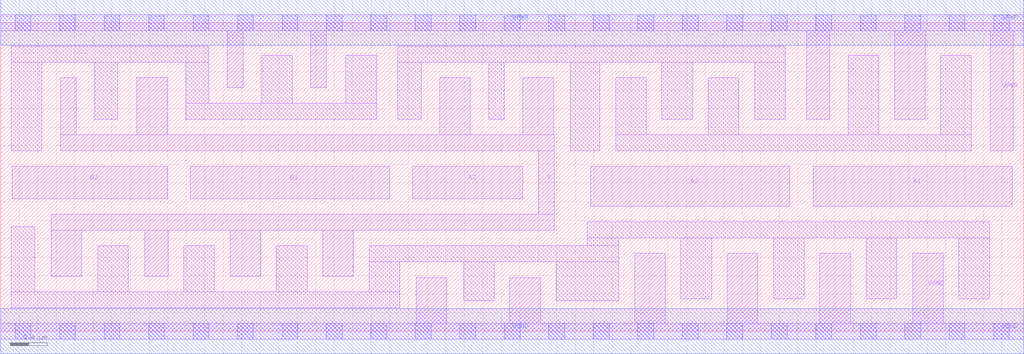
<source format=lef>
# Copyright 2020 The SkyWater PDK Authors
#
# Licensed under the Apache License, Version 2.0 (the "License");
# you may not use this file except in compliance with the License.
# You may obtain a copy of the License at
#
#     https://www.apache.org/licenses/LICENSE-2.0
#
# Unless required by applicable law or agreed to in writing, software
# distributed under the License is distributed on an "AS IS" BASIS,
# WITHOUT WARRANTIES OR CONDITIONS OF ANY KIND, either express or implied.
# See the License for the specific language governing permissions and
# limitations under the License.
#
# SPDX-License-Identifier: Apache-2.0

VERSION 5.7 ;
  NAMESCASESENSITIVE ON ;
  NOWIREEXTENSIONATPIN ON ;
  DIVIDERCHAR "/" ;
  BUSBITCHARS "[]" ;
UNITS
  DATABASE MICRONS 200 ;
END UNITS
MACRO sky130_fd_sc_hs__o32ai_4
  CLASS CORE ;
  SOURCE USER ;
  FOREIGN sky130_fd_sc_hs__o32ai_4 ;
  ORIGIN  0.000000  0.000000 ;
  SIZE  11.04000 BY  3.330000 ;
  SYMMETRY X Y ;
  SITE unit ;
  PIN A1
    ANTENNAGATEAREA  1.116000 ;
    DIRECTION INPUT ;
    USE SIGNAL ;
    PORT
      LAYER li1 ;
        RECT 8.765000 1.350000 10.915000 1.780000 ;
    END
  END A1
  PIN A2
    ANTENNAGATEAREA  1.116000 ;
    DIRECTION INPUT ;
    USE SIGNAL ;
    PORT
      LAYER li1 ;
        RECT 6.365000 1.350000 8.515000 1.780000 ;
    END
  END A2
  PIN A3
    ANTENNAGATEAREA  1.116000 ;
    DIRECTION INPUT ;
    USE SIGNAL ;
    PORT
      LAYER li1 ;
        RECT 4.445000 1.430000 5.635000 1.780000 ;
    END
  END A3
  PIN B1
    ANTENNAGATEAREA  1.116000 ;
    DIRECTION INPUT ;
    USE SIGNAL ;
    PORT
      LAYER li1 ;
        RECT 2.045000 1.430000 4.195000 1.780000 ;
    END
  END B1
  PIN B2
    ANTENNAGATEAREA  1.116000 ;
    DIRECTION INPUT ;
    USE SIGNAL ;
    PORT
      LAYER li1 ;
        RECT 0.125000 1.430000 1.795000 1.780000 ;
    END
  END B2
  PIN Y
    ANTENNADIFFAREA  2.287500 ;
    DIRECTION OUTPUT ;
    USE SIGNAL ;
    PORT
      LAYER li1 ;
        RECT 0.545000 0.595000 0.875000 1.090000 ;
        RECT 0.545000 1.090000 5.975000 1.260000 ;
        RECT 0.645000 1.950000 5.975000 2.120000 ;
        RECT 0.645000 2.120000 0.815000 2.735000 ;
        RECT 1.465000 2.120000 1.795000 2.735000 ;
        RECT 1.555000 0.595000 1.805000 1.090000 ;
        RECT 2.475000 0.595000 2.805000 1.090000 ;
        RECT 3.475000 0.595000 3.805000 1.090000 ;
        RECT 4.735000 2.120000 5.065000 2.735000 ;
        RECT 5.635000 2.120000 5.965000 2.735000 ;
        RECT 5.805000 1.260000 5.975000 1.950000 ;
    END
  END Y
  PIN VGND
    DIRECTION INOUT ;
    USE GROUND ;
    PORT
      LAYER li1 ;
        RECT 0.000000 -0.085000 11.040000 0.085000 ;
        RECT 4.485000  0.085000  4.815000 0.580000 ;
        RECT 5.495000  0.085000  5.825000 0.580000 ;
        RECT 6.840000  0.085000  7.170000 0.840000 ;
        RECT 7.840000  0.085000  8.170000 0.840000 ;
        RECT 8.840000  0.085000  9.170000 0.840000 ;
        RECT 9.840000  0.085000 10.170000 0.840000 ;
      LAYER mcon ;
        RECT  0.155000 -0.085000  0.325000 0.085000 ;
        RECT  0.635000 -0.085000  0.805000 0.085000 ;
        RECT  1.115000 -0.085000  1.285000 0.085000 ;
        RECT  1.595000 -0.085000  1.765000 0.085000 ;
        RECT  2.075000 -0.085000  2.245000 0.085000 ;
        RECT  2.555000 -0.085000  2.725000 0.085000 ;
        RECT  3.035000 -0.085000  3.205000 0.085000 ;
        RECT  3.515000 -0.085000  3.685000 0.085000 ;
        RECT  3.995000 -0.085000  4.165000 0.085000 ;
        RECT  4.475000 -0.085000  4.645000 0.085000 ;
        RECT  4.955000 -0.085000  5.125000 0.085000 ;
        RECT  5.435000 -0.085000  5.605000 0.085000 ;
        RECT  5.915000 -0.085000  6.085000 0.085000 ;
        RECT  6.395000 -0.085000  6.565000 0.085000 ;
        RECT  6.875000 -0.085000  7.045000 0.085000 ;
        RECT  7.355000 -0.085000  7.525000 0.085000 ;
        RECT  7.835000 -0.085000  8.005000 0.085000 ;
        RECT  8.315000 -0.085000  8.485000 0.085000 ;
        RECT  8.795000 -0.085000  8.965000 0.085000 ;
        RECT  9.275000 -0.085000  9.445000 0.085000 ;
        RECT  9.755000 -0.085000  9.925000 0.085000 ;
        RECT 10.235000 -0.085000 10.405000 0.085000 ;
        RECT 10.715000 -0.085000 10.885000 0.085000 ;
      LAYER met1 ;
        RECT 0.000000 -0.245000 11.040000 0.245000 ;
    END
  END VGND
  PIN VPWR
    DIRECTION INOUT ;
    USE POWER ;
    PORT
      LAYER li1 ;
        RECT  0.000000 3.245000 11.040000 3.415000 ;
        RECT  2.445000 2.630000  2.615000 3.245000 ;
        RECT  3.345000 2.630000  3.515000 3.245000 ;
        RECT  8.695000 2.290000  8.945000 3.245000 ;
        RECT  9.645000 2.290000  9.975000 3.245000 ;
        RECT 10.675000 1.950000 10.925000 3.245000 ;
      LAYER mcon ;
        RECT  0.155000 3.245000  0.325000 3.415000 ;
        RECT  0.635000 3.245000  0.805000 3.415000 ;
        RECT  1.115000 3.245000  1.285000 3.415000 ;
        RECT  1.595000 3.245000  1.765000 3.415000 ;
        RECT  2.075000 3.245000  2.245000 3.415000 ;
        RECT  2.555000 3.245000  2.725000 3.415000 ;
        RECT  3.035000 3.245000  3.205000 3.415000 ;
        RECT  3.515000 3.245000  3.685000 3.415000 ;
        RECT  3.995000 3.245000  4.165000 3.415000 ;
        RECT  4.475000 3.245000  4.645000 3.415000 ;
        RECT  4.955000 3.245000  5.125000 3.415000 ;
        RECT  5.435000 3.245000  5.605000 3.415000 ;
        RECT  5.915000 3.245000  6.085000 3.415000 ;
        RECT  6.395000 3.245000  6.565000 3.415000 ;
        RECT  6.875000 3.245000  7.045000 3.415000 ;
        RECT  7.355000 3.245000  7.525000 3.415000 ;
        RECT  7.835000 3.245000  8.005000 3.415000 ;
        RECT  8.315000 3.245000  8.485000 3.415000 ;
        RECT  8.795000 3.245000  8.965000 3.415000 ;
        RECT  9.275000 3.245000  9.445000 3.415000 ;
        RECT  9.755000 3.245000  9.925000 3.415000 ;
        RECT 10.235000 3.245000 10.405000 3.415000 ;
        RECT 10.715000 3.245000 10.885000 3.415000 ;
      LAYER met1 ;
        RECT 0.000000 3.085000 11.040000 3.575000 ;
    END
  END VPWR
  OBS
    LAYER li1 ;
      RECT  0.115000 0.255000  4.305000 0.425000 ;
      RECT  0.115000 0.425000  0.365000 1.130000 ;
      RECT  0.115000 1.950000  0.445000 2.905000 ;
      RECT  0.115000 2.905000  2.245000 3.075000 ;
      RECT  1.015000 2.290000  1.265000 2.905000 ;
      RECT  1.045000 0.425000  1.375000 0.920000 ;
      RECT  1.975000 0.425000  2.305000 0.920000 ;
      RECT  1.995000 2.290000  4.055000 2.460000 ;
      RECT  1.995000 2.460000  2.245000 2.905000 ;
      RECT  2.815000 2.460000  3.145000 2.980000 ;
      RECT  2.975000 0.425000  3.305000 0.920000 ;
      RECT  3.725000 2.460000  4.055000 2.980000 ;
      RECT  3.975000 0.425000  4.305000 0.750000 ;
      RECT  3.975000 0.750000  6.670000 0.920000 ;
      RECT  4.285000 2.290000  4.535000 2.905000 ;
      RECT  4.285000 2.905000  8.465000 3.075000 ;
      RECT  4.995000 0.330000  5.325000 0.750000 ;
      RECT  5.265000 2.290000  5.435000 2.905000 ;
      RECT  5.995000 0.330000  6.670000 0.750000 ;
      RECT  6.145000 1.950000  6.465000 2.905000 ;
      RECT  6.330000 0.920000  6.670000 1.010000 ;
      RECT  6.330000 1.010000 10.670000 1.180000 ;
      RECT  6.635000 1.950000 10.475000 2.120000 ;
      RECT  6.635000 2.120000  6.965000 2.735000 ;
      RECT  7.135000 2.290000  7.465000 2.905000 ;
      RECT  7.340000 0.350000  7.670000 1.010000 ;
      RECT  7.635000 2.120000  7.965000 2.735000 ;
      RECT  8.135000 2.290000  8.465000 2.905000 ;
      RECT  8.340000 0.350000  8.670000 1.010000 ;
      RECT  9.145000 2.120000  9.475000 2.980000 ;
      RECT  9.340000 0.350000  9.670000 1.010000 ;
      RECT 10.145000 2.120000 10.475000 2.980000 ;
      RECT 10.340000 0.350000 10.670000 1.010000 ;
  END
END sky130_fd_sc_hs__o32ai_4

</source>
